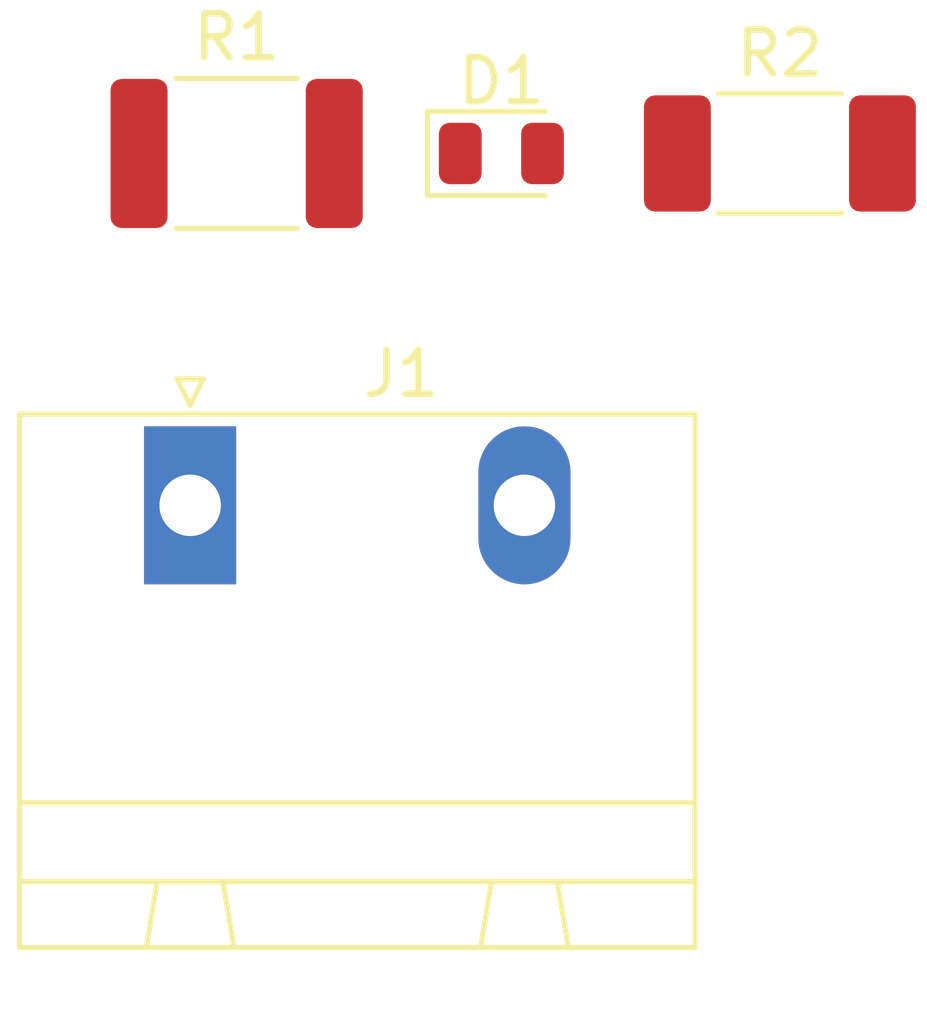
<source format=kicad_pcb>
(kicad_pcb (version 20171130) (host pcbnew "(5.0.0)")

  (general
    (thickness 1.6)
    (drawings 0)
    (tracks 0)
    (zones 0)
    (modules 4)
    (nets 5)
  )

  (page A4)
  (layers
    (0 F.Cu signal)
    (31 B.Cu signal)
    (32 B.Adhes user)
    (33 F.Adhes user)
    (34 B.Paste user)
    (35 F.Paste user)
    (36 B.SilkS user)
    (37 F.SilkS user)
    (38 B.Mask user)
    (39 F.Mask user)
    (40 Dwgs.User user)
    (41 Cmts.User user)
    (42 Eco1.User user)
    (43 Eco2.User user)
    (44 Edge.Cuts user)
    (45 Margin user)
    (46 B.CrtYd user)
    (47 F.CrtYd user)
    (48 B.Fab user)
    (49 F.Fab user)
  )

  (setup
    (last_trace_width 0.25)
    (trace_clearance 0.2)
    (zone_clearance 0.508)
    (zone_45_only no)
    (trace_min 0.2)
    (segment_width 0.2)
    (edge_width 0.15)
    (via_size 0.8)
    (via_drill 0.4)
    (via_min_size 0.4)
    (via_min_drill 0.3)
    (uvia_size 0.3)
    (uvia_drill 0.1)
    (uvias_allowed no)
    (uvia_min_size 0.2)
    (uvia_min_drill 0.1)
    (pcb_text_width 0.3)
    (pcb_text_size 1.5 1.5)
    (mod_edge_width 0.15)
    (mod_text_size 1 1)
    (mod_text_width 0.15)
    (pad_size 1.524 1.524)
    (pad_drill 0.762)
    (pad_to_mask_clearance 0.2)
    (aux_axis_origin 0 0)
    (visible_elements FFFFFF7F)
    (pcbplotparams
      (layerselection 0x010fc_ffffffff)
      (usegerberextensions false)
      (usegerberattributes false)
      (usegerberadvancedattributes false)
      (creategerberjobfile false)
      (excludeedgelayer true)
      (linewidth 0.100000)
      (plotframeref false)
      (viasonmask false)
      (mode 1)
      (useauxorigin false)
      (hpglpennumber 1)
      (hpglpenspeed 20)
      (hpglpendiameter 15.000000)
      (psnegative false)
      (psa4output false)
      (plotreference true)
      (plotvalue true)
      (plotinvisibletext false)
      (padsonsilk false)
      (subtractmaskfromsilk false)
      (outputformat 1)
      (mirror false)
      (drillshape 1)
      (scaleselection 1)
      (outputdirectory ""))
  )

  (net 0 "")
  (net 1 "Net-(D1-Pad1)")
  (net 2 "Net-(D1-Pad2)")
  (net 3 "Net-(J1-Pad1)")
  (net 4 "Net-(D1-Pad3)")

  (net_class Default "This is the default net class."
    (clearance 0.2)
    (trace_width 0.25)
    (via_dia 0.8)
    (via_drill 0.4)
    (uvia_dia 0.3)
    (uvia_drill 0.1)
    (add_net "Net-(D1-Pad1)")
    (add_net "Net-(D1-Pad2)")
    (add_net "Net-(D1-Pad3)")
    (add_net "Net-(J1-Pad1)")
  )

  (module LED_SMD:LED_0805_2012Metric (layer F.Cu) (tedit 5B36C52C) (tstamp 5BB117DF)
    (at 153.67 66.04)
    (descr "LED SMD 0805 (2012 Metric), square (rectangular) end terminal, IPC_7351 nominal, (Body size source: https://docs.google.com/spreadsheets/d/1BsfQQcO9C6DZCsRaXUlFlo91Tg2WpOkGARC1WS5S8t0/edit?usp=sharing), generated with kicad-footprint-generator")
    (tags diode)
    (path /5B98E834)
    (attr smd)
    (fp_text reference D1 (at 0 -1.65) (layer F.SilkS)
      (effects (font (size 1 1) (thickness 0.15)))
    )
    (fp_text value LED_Dual_ACA (at 0 1.65) (layer F.Fab)
      (effects (font (size 1 1) (thickness 0.15)))
    )
    (fp_line (start 1 -0.6) (end -0.7 -0.6) (layer F.Fab) (width 0.1))
    (fp_line (start -0.7 -0.6) (end -1 -0.3) (layer F.Fab) (width 0.1))
    (fp_line (start -1 -0.3) (end -1 0.6) (layer F.Fab) (width 0.1))
    (fp_line (start -1 0.6) (end 1 0.6) (layer F.Fab) (width 0.1))
    (fp_line (start 1 0.6) (end 1 -0.6) (layer F.Fab) (width 0.1))
    (fp_line (start 1 -0.96) (end -1.685 -0.96) (layer F.SilkS) (width 0.12))
    (fp_line (start -1.685 -0.96) (end -1.685 0.96) (layer F.SilkS) (width 0.12))
    (fp_line (start -1.685 0.96) (end 1 0.96) (layer F.SilkS) (width 0.12))
    (fp_line (start -1.68 0.95) (end -1.68 -0.95) (layer F.CrtYd) (width 0.05))
    (fp_line (start -1.68 -0.95) (end 1.68 -0.95) (layer F.CrtYd) (width 0.05))
    (fp_line (start 1.68 -0.95) (end 1.68 0.95) (layer F.CrtYd) (width 0.05))
    (fp_line (start 1.68 0.95) (end -1.68 0.95) (layer F.CrtYd) (width 0.05))
    (fp_text user %R (at 0 0) (layer F.Fab)
      (effects (font (size 0.5 0.5) (thickness 0.08)))
    )
    (pad 1 smd roundrect (at -0.9375 0) (size 0.975 1.4) (layers F.Cu F.Paste F.Mask) (roundrect_rratio 0.25)
      (net 1 "Net-(D1-Pad1)"))
    (pad 2 smd roundrect (at 0.9375 0) (size 0.975 1.4) (layers F.Cu F.Paste F.Mask) (roundrect_rratio 0.25)
      (net 2 "Net-(D1-Pad2)"))
    (model ${KISYS3DMOD}/LED_SMD.3dshapes/LED_0805_2012Metric.wrl
      (at (xyz 0 0 0))
      (scale (xyz 1 1 1))
      (rotate (xyz 0 0 0))
    )
  )

  (module Connector_Phoenix_GMSTB:PhoenixContact_GMSTBA_2,5_2-G-7,62_1x02_P7.62mm_Horizontal (layer F.Cu) (tedit 5A00FA1F) (tstamp 5BB11803)
    (at 146.575001 74.060001)
    (descr "Generic Phoenix Contact connector footprint for: GMSTBA_2,5/2-G-7,62; number of pins: 02; pin pitch: 7.62mm; Angled || order number: 1766233 12A 630V")
    (tags "phoenix_contact connector GMSTBA_01x02_G_7.62mm")
    (path /5B98EBEF)
    (fp_text reference J1 (at 4.81 -3) (layer F.SilkS)
      (effects (font (size 1 1) (thickness 0.15)))
    )
    (fp_text value Conn_01x04_Female (at 3.81 11) (layer F.Fab)
      (effects (font (size 1 1) (thickness 0.15)))
    )
    (fp_line (start -3.89 -2.08) (end -3.89 10.08) (layer F.SilkS) (width 0.12))
    (fp_line (start -3.89 10.08) (end 11.51 10.08) (layer F.SilkS) (width 0.12))
    (fp_line (start 11.51 10.08) (end 11.51 -2.08) (layer F.SilkS) (width 0.12))
    (fp_line (start 11.51 -2.08) (end -3.89 -2.08) (layer F.SilkS) (width 0.12))
    (fp_line (start -3.81 -2) (end -3.81 10) (layer F.Fab) (width 0.1))
    (fp_line (start -3.81 10) (end 11.43 10) (layer F.Fab) (width 0.1))
    (fp_line (start 11.43 10) (end 11.43 -2) (layer F.Fab) (width 0.1))
    (fp_line (start 11.43 -2) (end -3.81 -2) (layer F.Fab) (width 0.1))
    (fp_line (start -3.89 8.58) (end -3.89 6.78) (layer F.SilkS) (width 0.12))
    (fp_line (start -3.89 6.78) (end 11.51 6.78) (layer F.SilkS) (width 0.12))
    (fp_line (start 11.51 6.78) (end 11.51 8.58) (layer F.SilkS) (width 0.12))
    (fp_line (start 11.51 8.58) (end -3.89 8.58) (layer F.SilkS) (width 0.12))
    (fp_line (start -1 10.08) (end 1 10.08) (layer F.SilkS) (width 0.12))
    (fp_line (start 1 10.08) (end 0.75 8.58) (layer F.SilkS) (width 0.12))
    (fp_line (start 0.75 8.58) (end -0.75 8.58) (layer F.SilkS) (width 0.12))
    (fp_line (start -0.75 8.58) (end -1 10.08) (layer F.SilkS) (width 0.12))
    (fp_line (start 6.62 10.08) (end 8.62 10.08) (layer F.SilkS) (width 0.12))
    (fp_line (start 8.62 10.08) (end 8.37 8.58) (layer F.SilkS) (width 0.12))
    (fp_line (start 8.37 8.58) (end 6.87 8.58) (layer F.SilkS) (width 0.12))
    (fp_line (start 6.87 8.58) (end 6.62 10.08) (layer F.SilkS) (width 0.12))
    (fp_line (start -4.31 -2.5) (end -4.31 10.5) (layer F.CrtYd) (width 0.05))
    (fp_line (start -4.31 10.5) (end 11.93 10.5) (layer F.CrtYd) (width 0.05))
    (fp_line (start 11.93 10.5) (end 11.93 -2.5) (layer F.CrtYd) (width 0.05))
    (fp_line (start 11.93 -2.5) (end -4.31 -2.5) (layer F.CrtYd) (width 0.05))
    (fp_line (start 0.3 -2.88) (end 0 -2.28) (layer F.SilkS) (width 0.12))
    (fp_line (start 0 -2.28) (end -0.3 -2.88) (layer F.SilkS) (width 0.12))
    (fp_line (start -0.3 -2.88) (end 0.3 -2.88) (layer F.SilkS) (width 0.12))
    (fp_line (start 0.95 -2) (end 0 -0.5) (layer F.Fab) (width 0.1))
    (fp_line (start 0 -0.5) (end -0.95 -2) (layer F.Fab) (width 0.1))
    (fp_text user %R (at 4.81 3) (layer F.Fab)
      (effects (font (size 1 1) (thickness 0.15)))
    )
    (pad 1 thru_hole rect (at 0 0) (size 2.1 3.6) (drill 1.4) (layers *.Cu *.Mask)
      (net 3 "Net-(J1-Pad1)"))
    (pad 2 thru_hole oval (at 7.62 0) (size 2.1 3.6) (drill 1.4) (layers *.Cu *.Mask)
      (net 2 "Net-(D1-Pad2)"))
    (model ${KISYS3DMOD}/Connector_Phoenix_GMSTB.3dshapes/PhoenixContact_GMSTBA_2,5_2-G-7,62_1x02_P7.62mm_Horizontal.wrl
      (at (xyz 0 0 0))
      (scale (xyz 1 1 1))
      (rotate (xyz 0 0 0))
    )
  )

  (module Resistor_SMD:R_1812_4532Metric_Pad1.30x3.40mm_HandSolder (layer F.Cu) (tedit 5B301BBD) (tstamp 5BB11814)
    (at 147.635 66.04)
    (descr "Resistor SMD 1812 (4532 Metric), square (rectangular) end terminal, IPC_7351 nominal with elongated pad for handsoldering. (Body size source: https://www.nikhef.nl/pub/departments/mt/projects/detectorR_D/dtddice/ERJ2G.pdf), generated with kicad-footprint-generator")
    (tags "resistor handsolder")
    (path /5B98E722)
    (attr smd)
    (fp_text reference R1 (at 0 -2.65) (layer F.SilkS)
      (effects (font (size 1 1) (thickness 0.15)))
    )
    (fp_text value R_US (at 0 2.65) (layer F.Fab)
      (effects (font (size 1 1) (thickness 0.15)))
    )
    (fp_line (start -2.25 1.6) (end -2.25 -1.6) (layer F.Fab) (width 0.1))
    (fp_line (start -2.25 -1.6) (end 2.25 -1.6) (layer F.Fab) (width 0.1))
    (fp_line (start 2.25 -1.6) (end 2.25 1.6) (layer F.Fab) (width 0.1))
    (fp_line (start 2.25 1.6) (end -2.25 1.6) (layer F.Fab) (width 0.1))
    (fp_line (start -1.386252 -1.71) (end 1.386252 -1.71) (layer F.SilkS) (width 0.12))
    (fp_line (start -1.386252 1.71) (end 1.386252 1.71) (layer F.SilkS) (width 0.12))
    (fp_line (start -3.12 1.95) (end -3.12 -1.95) (layer F.CrtYd) (width 0.05))
    (fp_line (start -3.12 -1.95) (end 3.12 -1.95) (layer F.CrtYd) (width 0.05))
    (fp_line (start 3.12 -1.95) (end 3.12 1.95) (layer F.CrtYd) (width 0.05))
    (fp_line (start 3.12 1.95) (end -3.12 1.95) (layer F.CrtYd) (width 0.05))
    (fp_text user %R (at 0 0) (layer F.Fab)
      (effects (font (size 1 1) (thickness 0.15)))
    )
    (pad 1 smd roundrect (at -2.225 0) (size 1.3 3.4) (layers F.Cu F.Paste F.Mask) (roundrect_rratio 0.192308)
      (net 3 "Net-(J1-Pad1)"))
    (pad 2 smd roundrect (at 2.225 0) (size 1.3 3.4) (layers F.Cu F.Paste F.Mask) (roundrect_rratio 0.192308)
      (net 1 "Net-(D1-Pad1)"))
    (model ${KISYS3DMOD}/Resistor_SMD.3dshapes/R_1812_4532Metric.wrl
      (at (xyz 0 0 0))
      (scale (xyz 1 1 1))
      (rotate (xyz 0 0 0))
    )
  )

  (module Resistor_SMD:R_2010_5025Metric_Pad1.52x2.65mm_HandSolder (layer F.Cu) (tedit 5B301BBD) (tstamp 5BB11825)
    (at 160.02 66.04)
    (descr "Resistor SMD 2010 (5025 Metric), square (rectangular) end terminal, IPC_7351 nominal with elongated pad for handsoldering. (Body size source: http://www.tortai-tech.com/upload/download/2011102023233369053.pdf), generated with kicad-footprint-generator")
    (tags "resistor handsolder")
    (path /5B98E782)
    (attr smd)
    (fp_text reference R2 (at 0 -2.28) (layer F.SilkS)
      (effects (font (size 1 1) (thickness 0.15)))
    )
    (fp_text value R_US (at 0 2.28) (layer F.Fab)
      (effects (font (size 1 1) (thickness 0.15)))
    )
    (fp_line (start -2.5 1.25) (end -2.5 -1.25) (layer F.Fab) (width 0.1))
    (fp_line (start -2.5 -1.25) (end 2.5 -1.25) (layer F.Fab) (width 0.1))
    (fp_line (start 2.5 -1.25) (end 2.5 1.25) (layer F.Fab) (width 0.1))
    (fp_line (start 2.5 1.25) (end -2.5 1.25) (layer F.Fab) (width 0.1))
    (fp_line (start -1.402064 -1.36) (end 1.402064 -1.36) (layer F.SilkS) (width 0.12))
    (fp_line (start -1.402064 1.36) (end 1.402064 1.36) (layer F.SilkS) (width 0.12))
    (fp_line (start -3.35 1.58) (end -3.35 -1.58) (layer F.CrtYd) (width 0.05))
    (fp_line (start -3.35 -1.58) (end 3.35 -1.58) (layer F.CrtYd) (width 0.05))
    (fp_line (start 3.35 -1.58) (end 3.35 1.58) (layer F.CrtYd) (width 0.05))
    (fp_line (start 3.35 1.58) (end -3.35 1.58) (layer F.CrtYd) (width 0.05))
    (fp_text user %R (at 0 0) (layer F.Fab)
      (effects (font (size 1 1) (thickness 0.15)))
    )
    (pad 1 smd roundrect (at -2.3375 0) (size 1.525 2.65) (layers F.Cu F.Paste F.Mask) (roundrect_rratio 0.163934)
      (net 2 "Net-(D1-Pad2)"))
    (pad 2 smd roundrect (at 2.3375 0) (size 1.525 2.65) (layers F.Cu F.Paste F.Mask) (roundrect_rratio 0.163934)
      (net 4 "Net-(D1-Pad3)"))
    (model ${KISYS3DMOD}/Resistor_SMD.3dshapes/R_2010_5025Metric.wrl
      (at (xyz 0 0 0))
      (scale (xyz 1 1 1))
      (rotate (xyz 0 0 0))
    )
  )

)

</source>
